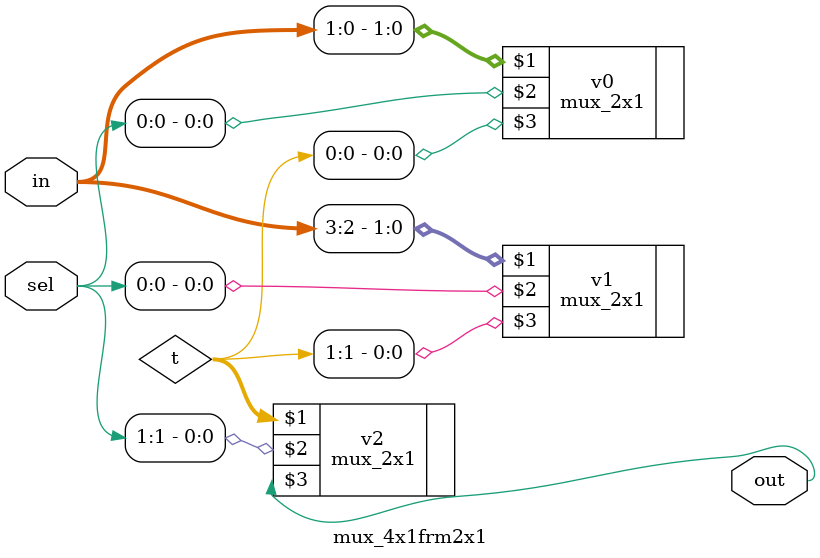
<source format=v>
`timescale 1ns / 1ps
module mux_4x1frm2x1(in,sel,out);
input[3:0]in;
input[1:0]sel;
output out;
wire [1:0]t;

mux_2x1 v0(in[1:0],sel[0],t[0]);
mux_2x1 v1(in[3:2],sel[0],t[1]);
mux_2x1 v2(t,sel[1],out);




endmodule

</source>
